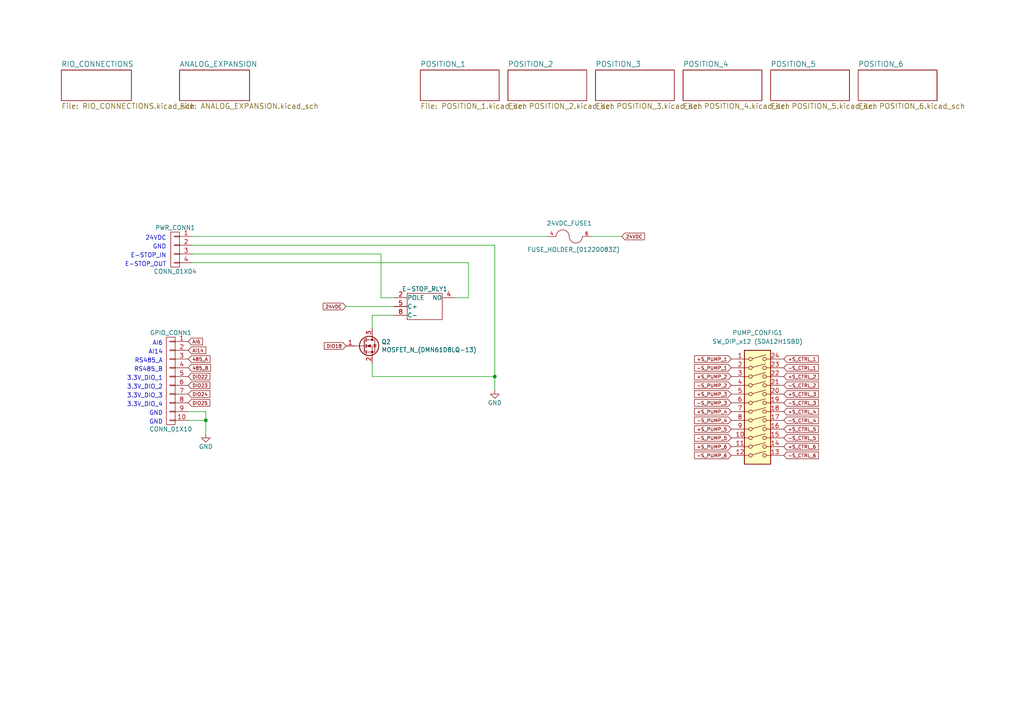
<source format=kicad_sch>
(kicad_sch (version 20250114) (generator "eeschema") (generator_version "9.0")
  (paper "A4")
  (lib_symbols
    (symbol "Device:Q_NMOS_GSD" (pin_names (offset 0) (hide yes))
      (property "Reference" "Q" (at 5.08 1.27 0))
      (property "Value" "Q_NMOS_GSD" (at 5.08 -1.27 0))
      (symbol "Q_NMOS_GSD_0_1"
        (polyline (pts (xy 0.254 1.905) (xy 0.254 -1.905)) (stroke (width 0.254)))
        (polyline (pts (xy 0.254 0) (xy -2.54 0)))
        (polyline (pts (xy 0.762 2.286) (xy 0.762 1.27)) (stroke (width 0.254)))
        (polyline (pts (xy 0.762 0.508) (xy 0.762 -0.508)) (stroke (width 0.254)))
        (polyline (pts (xy 0.762 -1.27) (xy 0.762 -2.286)) (stroke (width 0.254)))
        (polyline (pts (xy 0.762 -1.778) (xy 3.302 -1.778) (xy 3.302 1.778) (xy 0.762 1.778)))
        (polyline (pts (xy 1.016 0) (xy 2.032 0.381) (xy 2.032 -0.381) (xy 1.016 0)) (fill (type outline)))
        (circle (center 1.651 0) (radius 2.794) (stroke (width 0.254)))
        (polyline (pts (xy 2.54 2.54) (xy 2.54 1.778)))
        (circle (center 2.54 1.778) (radius 0.254) (fill (type outline)))
        (circle (center 2.54 -1.778) (radius 0.254) (fill (type outline)))
        (polyline (pts (xy 2.54 -2.54) (xy 2.54 0) (xy 0.762 0)))
        (polyline (pts (xy 2.794 0.508) (xy 2.921 0.381) (xy 3.683 0.381) (xy 3.81 0.254)))
        (polyline (pts (xy 3.302 0.381) (xy 2.921 -0.254) (xy 3.683 -0.254) (xy 3.302 0.381)))
      )
      (symbol "Q_NMOS_GSD_1_1"
        (pin input line (at -5.08 0 0) (length 2.54) (name "G") (number "1"))
        (pin passive line (at 2.54 5.08 270) (length 2.54) (name "D") (number "3"))
        (pin passive line (at 2.54 -5.08 90) (length 2.54) (name "S") (number "2"))
      )
    )
    (symbol "Smart-Tank-Motherboard-rescue:CONN_01X04" (pin_names (offset 1.016) (hide yes))
      (property "Reference" "J" (at 0 6.35 0))
      (property "Value" "CONN_01X04" (at 2.54 0 90))
      (symbol "CONN_01X04_0_1"
        (rectangle (start -1.27 5.08) (end 1.27 -5.08))
        (rectangle (start -1.27 3.937) (end 0.254 3.683))
        (rectangle (start -1.27 1.397) (end 0.254 1.143))
        (rectangle (start -1.27 -1.143) (end 0.254 -1.397))
        (rectangle (start -1.27 -3.683) (end 0.254 -3.937))
      )
      (symbol "CONN_01X04_1_1"
        (pin passive line (at -5.08 3.81 0) (length 3.81) (name "P1") (number "1"))
        (pin passive line (at -5.08 1.27 0) (length 3.81) (name "P2") (number "2"))
        (pin passive line (at -5.08 -1.27 0) (length 3.81) (name "P3") (number "3"))
        (pin passive line (at -5.08 -3.81 0) (length 3.81) (name "P4") (number "4"))
      )
    )
    (symbol "Smart-Tank-Motherboard-rescue:CONN_01X10" (pin_names (offset 1.016) (hide yes))
      (property "Reference" "J" (at 0 13.97 0))
      (property "Value" "CONN_01X10" (at 2.54 0 90))
      (symbol "CONN_01X10_0_1"
        (rectangle (start -1.27 12.7) (end 1.27 -12.7))
        (rectangle (start -1.27 11.557) (end 0.254 11.303))
        (rectangle (start -1.27 9.017) (end 0.254 8.763))
        (rectangle (start -1.27 6.477) (end 0.254 6.223))
        (rectangle (start -1.27 3.937) (end 0.254 3.683))
        (rectangle (start -1.27 1.397) (end 0.254 1.143))
        (rectangle (start -1.27 -1.143) (end 0.254 -1.397))
        (rectangle (start -1.27 -3.683) (end 0.254 -3.937))
        (rectangle (start -1.27 -6.223) (end 0.254 -6.477))
        (rectangle (start -1.27 -8.763) (end 0.254 -9.017))
        (rectangle (start -1.27 -11.303) (end 0.254 -11.557))
      )
      (symbol "CONN_01X10_1_1"
        (pin passive line (at -5.08 11.43 0) (length 3.81) (name "P1") (number "1"))
        (pin passive line (at -5.08 8.89 0) (length 3.81) (name "P2") (number "2"))
        (pin passive line (at -5.08 6.35 0) (length 3.81) (name "P3") (number "3"))
        (pin passive line (at -5.08 3.81 0) (length 3.81) (name "P4") (number "4"))
        (pin passive line (at -5.08 1.27 0) (length 3.81) (name "P5") (number "5"))
        (pin passive line (at -5.08 -1.27 0) (length 3.81) (name "P6") (number "6"))
        (pin passive line (at -5.08 -3.81 0) (length 3.81) (name "P7") (number "7"))
        (pin passive line (at -5.08 -6.35 0) (length 3.81) (name "P8") (number "8"))
        (pin passive line (at -5.08 -8.89 0) (length 3.81) (name "P9") (number "9"))
        (pin passive line (at -5.08 -11.43 0) (length 3.81) (name "P10") (number "10"))
      )
    )
    (symbol "Smart-Tank-Motherboard-rescue:FUSE_HOLDER_(01220083Z)" (pin_names (offset 0.254))
      (property "Reference" "F" (at 0 3.81 0))
      (property "Value" "FUSE_HOLDER_(01220083Z)" (at 1.27 -3.81 0))
      (symbol "FUSE_HOLDER_(01220083Z)_0_1"
        (arc (start -3.81 0) (mid -1.905 1.905) (end 0 0))
        (arc (start 3.81 0) (mid 1.905 -1.905) (end 0 0))
      )
      (symbol "FUSE_HOLDER_(01220083Z)_1_1"
        (pin input line (at -6.35 0 0) (length 2.54) (name "~") (number "4"))
        (pin input line (at -6.35 0 0) (length 2.54) (hide yes) (name "~") (number "5"))
        (pin input line (at 6.35 0 180) (length 2.54) (name "~") (number "6"))
        (pin input line (at 6.35 0 180) (length 2.54) (hide yes) (name "~") (number "7"))
      )
    )
    (symbol "Smart-Tank-Motherboard-rescue:GND" (power) (pin_names (offset 0))
      (property "Value" "GND" (at 0 -3.81 0))
      (symbol "GND_0_1"
        (polyline (pts (xy 0 0) (xy 0 -1.27) (xy 1.27 -1.27) (xy 0 -2.54) (xy -1.27 -1.27) (xy 0 -1.27)))
      )
      (symbol "GND_1_1"
        (pin power_in line (at 0 0 270) (length 0) (hide yes) (name "GND") (number "1"))
      )
    )
    (symbol "Smart-Tank-Motherboard-rescue:OMRON_RELAY_(G6L-1F-DC24)" (pin_names (offset 0.0254))
      (property "Reference" "P" (at 2.54 7.62 0))
      (property "Value" "OMRON_RELAY_(G6L-1F-DC24)" (at 3.81 -2.54 0))
      (symbol "OMRON_RELAY_(G6L-1F-DC24)_0_1"
        (rectangle (start -2.54 6.35) (end 7.62 -1.27))
      )
      (symbol "OMRON_RELAY_(G6L-1F-DC24)_1_1"
        (pin power_in line (at -6.35 5.08 0) (length 3.81) (name "POLE") (number "2"))
        (pin power_in line (at -6.35 2.54 0) (length 3.81) (name "C+") (number "5"))
        (pin input line (at -6.35 0 0) (length 3.81) (name "C-") (number "8"))
        (pin output line (at 11.43 5.08 180) (length 3.81) (name "NO") (number "4"))
      )
    )
    (symbol "Switch:SW_DIP_x12" (pin_names (offset 0) (hide yes))
      (property "Reference" "SW" (at 0 19.05 0))
      (property "Value" "SW_DIP_x12" (at 0 -16.51 0))
      (symbol "SW_DIP_x12_0_0"
        (circle (center -2.032 15.24) (radius 0.508))
        (circle (center -2.032 12.7) (radius 0.508))
        (circle (center -2.032 10.16) (radius 0.508))
        (circle (center -2.032 7.62) (radius 0.508))
        (circle (center -2.032 5.08) (radius 0.508))
        (circle (center -2.032 2.54) (radius 0.508))
        (circle (center -2.032 0) (radius 0.508))
        (circle (center -2.032 -2.54) (radius 0.508))
        (circle (center -2.032 -5.08) (radius 0.508))
        (circle (center -2.032 -7.62) (radius 0.508))
        (circle (center -2.032 -10.16) (radius 0.508))
        (circle (center -2.032 -12.7) (radius 0.508))
        (polyline (pts (xy -1.524 15.367) (xy 2.3622 16.4084)))
        (polyline (pts (xy -1.524 12.827) (xy 2.3622 13.8684)))
        (polyline (pts (xy -1.524 10.287) (xy 2.3622 11.3284)))
        (polyline (pts (xy -1.524 7.747) (xy 2.3622 8.7884)))
        (polyline (pts (xy -1.524 5.207) (xy 2.3622 6.2484)))
        (polyline (pts (xy -1.524 2.667) (xy 2.3622 3.7084)))
        (polyline (pts (xy -1.524 0.127) (xy 2.3622 1.1684)))
        (polyline (pts (xy -1.524 -2.3876) (xy 2.3622 -1.3462)))
        (polyline (pts (xy -1.524 -4.9276) (xy 2.3622 -3.8862)))
        (polyline (pts (xy -1.524 -7.4676) (xy 2.3622 -6.4262)))
        (polyline (pts (xy -1.524 -10.0076) (xy 2.3622 -8.9662)))
        (polyline (pts (xy -1.524 -12.5476) (xy 2.3622 -11.5062)))
        (circle (center 2.032 15.24) (radius 0.508))
        (circle (center 2.032 12.7) (radius 0.508))
        (circle (center 2.032 10.16) (radius 0.508))
        (circle (center 2.032 7.62) (radius 0.508))
        (circle (center 2.032 5.08) (radius 0.508))
        (circle (center 2.032 2.54) (radius 0.508))
        (circle (center 2.032 0) (radius 0.508))
        (circle (center 2.032 -2.54) (radius 0.508))
        (circle (center 2.032 -5.08) (radius 0.508))
        (circle (center 2.032 -7.62) (radius 0.508))
        (circle (center 2.032 -10.16) (radius 0.508))
        (circle (center 2.032 -12.7) (radius 0.508))
      )
      (symbol "SW_DIP_x12_1_1"
        (rectangle (start -3.81 17.78) (end 3.81 -15.24) (stroke (width 0.254)) (fill (type background)))
        (pin passive line (at -7.62 15.24 0) (length 5.08) (name "~") (number "1"))
        (pin passive line (at -7.62 12.7 0) (length 5.08) (name "~") (number "2"))
        (pin passive line (at -7.62 10.16 0) (length 5.08) (name "~") (number "3"))
        (pin passive line (at -7.62 7.62 0) (length 5.08) (name "~") (number "4"))
        (pin passive line (at -7.62 5.08 0) (length 5.08) (name "~") (number "5"))
        (pin passive line (at -7.62 2.54 0) (length 5.08) (name "~") (number "6"))
        (pin passive line (at -7.62 0 0) (length 5.08) (name "~") (number "7"))
        (pin passive line (at -7.62 -2.54 0) (length 5.08) (name "~") (number "8"))
        (pin passive line (at -7.62 -5.08 0) (length 5.08) (name "~") (number "9"))
        (pin passive line (at -7.62 -7.62 0) (length 5.08) (name "~") (number "10"))
        (pin passive line (at -7.62 -10.16 0) (length 5.08) (name "~") (number "11"))
        (pin passive line (at -7.62 -12.7 0) (length 5.08) (name "~") (number "12"))
        (pin passive line (at 7.62 15.24 180) (length 5.08) (name "~") (number "24"))
        (pin passive line (at 7.62 12.7 180) (length 5.08) (name "~") (number "23"))
        (pin passive line (at 7.62 10.16 180) (length 5.08) (name "~") (number "22"))
        (pin passive line (at 7.62 7.62 180) (length 5.08) (name "~") (number "21"))
        (pin passive line (at 7.62 5.08 180) (length 5.08) (name "~") (number "20"))
        (pin passive line (at 7.62 2.54 180) (length 5.08) (name "~") (number "19"))
        (pin passive line (at 7.62 0 180) (length 5.08) (name "~") (number "18"))
        (pin passive line (at 7.62 -2.54 180) (length 5.08) (name "~") (number "17"))
        (pin passive line (at 7.62 -5.08 180) (length 5.08) (name "~") (number "16"))
        (pin passive line (at 7.62 -7.62 180) (length 5.08) (name "~") (number "15"))
        (pin passive line (at 7.62 -10.16 180) (length 5.08) (name "~") (number "14"))
        (pin passive line (at 7.62 -12.7 180) (length 5.08) (name "~") (number "13"))
      )
    )
  )
  (text "RS485_B" (at 47.244 107.95 0) (effects (font (size 1.2446 1.2446)) (justify right bottom)))
  (text "3.3V_DIO_3" (at 47.244 115.57 0) (effects (font (size 1.2446 1.2446)) (justify right bottom)))
  (text "RS485_A" (at 47.244 105.41 0) (effects (font (size 1.2446 1.2446)) (justify right bottom)))
  (text "E-STOP_IN" (at 48.26 74.93 0) (effects (font (size 1.2446 1.2446)) (justify right bottom)))
  (text "24VDC" (at 48.26 69.85 0) (effects (font (size 1.2446 1.2446)) (justify right bottom)))
  (text "GND" (at 47.244 120.65 0) (effects (font (size 1.2446 1.2446)) (justify right bottom)))
  (text "3.3V_DIO_4" (at 47.244 118.11 0) (effects (font (size 1.2446 1.2446)) (justify right bottom)))
  (text "E-STOP_OUT" (at 48.26 77.47 0) (effects (font (size 1.2446 1.2446)) (justify right bottom)))
  (text "3.3V_DIO_2" (at 47.244 113.03 0) (effects (font (size 1.2446 1.2446)) (justify right bottom)))
  (text "AI6" (at 47.244 100.33 0) (effects (font (size 1.2446 1.2446)) (justify right bottom)))
  (text "GND" (at 48.26 72.39 0) (effects (font (size 1.2446 1.2446)) (justify right bottom)))
  (text "GND" (at 47.244 123.19 0) (effects (font (size 1.2446 1.2446)) (justify right bottom)))
  (text "AI14" (at 47.244 102.87 0) (effects (font (size 1.2446 1.2446)) (justify right bottom)))
  (text "3.3V_DIO_1" (at 47.244 110.49 0) (effects (font (size 1.2446 1.2446)) (justify right bottom)))
  (junction (at 59.69 121.92))
  (junction (at 143.51 109.22))
  (wire (pts (xy 54.61 119.38) (xy 59.69 119.38)))
  (wire (pts (xy 143.51 109.22) (xy 143.51 113.03)))
  (wire (pts (xy 132.08 86.36) (xy 135.89 86.36)))
  (wire (pts (xy 107.95 109.22) (xy 143.51 109.22)))
  (wire (pts (xy 59.69 119.38) (xy 59.69 121.92)))
  (wire (pts (xy 135.89 86.36) (xy 135.89 76.2)))
  (wire (pts (xy 59.69 121.92) (xy 59.69 125.73)))
  (wire (pts (xy 107.95 105.41) (xy 107.95 109.22)))
  (wire (pts (xy 107.95 95.25) (xy 107.95 91.44)))
  (wire (pts (xy 171.45 68.58) (xy 180.34 68.58)))
  (wire (pts (xy 107.95 91.44) (xy 114.3 91.44)))
  (wire (pts (xy 55.88 73.66) (xy 110.49 73.66)))
  (wire (pts (xy 55.88 68.58) (xy 158.75 68.58)))
  (wire (pts (xy 54.61 121.92) (xy 59.69 121.92)))
  (wire (pts (xy 135.89 76.2) (xy 55.88 76.2)))
  (wire (pts (xy 143.51 71.12) (xy 143.51 109.22)))
  (wire (pts (xy 110.49 73.66) (xy 110.49 86.36)))
  (wire (pts (xy 110.49 86.36) (xy 114.3 86.36)))
  (wire (pts (xy 100.33 88.9) (xy 114.3 88.9)))
  (wire (pts (xy 55.88 71.12) (xy 143.51 71.12)))
  (global_label "+S_CTRL_5" (shape input) (at 227.33 124.46 0) (effects (font (size 0.9906 0.9906))) (property "Intersheetrefs" "${INTERSHEET_REFS}" (effects (hide yes))))
  (global_label "+S_CTRL_4" (shape input) (at 227.33 119.38 0) (effects (font (size 0.9906 0.9906))) (property "Intersheetrefs" "${INTERSHEET_REFS}" (effects (hide yes))))
  (global_label "DIO18" (shape input) (at 100.33 100.33 180) (effects (font (size 0.9906 0.9906))) (property "Intersheetrefs" "${INTERSHEET_REFS}" (effects (hide yes))))
  (global_label "DIO24" (shape input) (at 54.61 114.3 0) (effects (font (size 0.9906 0.9906))) (property "Intersheetrefs" "${INTERSHEET_REFS}" (effects (hide yes))))
  (global_label "+S_CTRL_6" (shape input) (at 227.33 129.54 0) (effects (font (size 0.9906 0.9906))) (property "Intersheetrefs" "${INTERSHEET_REFS}" (effects (hide yes))))
  (global_label "-S_PUMP_6" (shape input) (at 212.09 132.08 180) (effects (font (size 0.9906 0.9906))) (property "Intersheetrefs" "${INTERSHEET_REFS}" (effects (hide yes))))
  (global_label "-S_CTRL_3" (shape input) (at 227.33 116.84 0) (effects (font (size 0.9906 0.9906))) (property "Intersheetrefs" "${INTERSHEET_REFS}" (effects (hide yes))))
  (global_label "-S_PUMP_2" (shape input) (at 212.09 111.76 180) (effects (font (size 0.9906 0.9906))) (property "Intersheetrefs" "${INTERSHEET_REFS}" (effects (hide yes))))
  (global_label "DIO22" (shape input) (at 54.61 109.22 0) (effects (font (size 0.9906 0.9906))) (property "Intersheetrefs" "${INTERSHEET_REFS}" (effects (hide yes))))
  (global_label "+S_CTRL_3" (shape input) (at 227.33 114.3 0) (effects (font (size 0.9906 0.9906))) (property "Intersheetrefs" "${INTERSHEET_REFS}" (effects (hide yes))))
  (global_label "24VDC" (shape input) (at 180.34 68.58 0) (effects (font (size 0.9906 0.9906))) (property "Intersheetrefs" "${INTERSHEET_REFS}" (effects (hide yes))))
  (global_label "-S_PUMP_5" (shape input) (at 212.09 127 180) (effects (font (size 0.9906 0.9906))) (property "Intersheetrefs" "${INTERSHEET_REFS}" (effects (hide yes))))
  (global_label "AI6" (shape input) (at 54.61 99.06 0) (effects (font (size 0.9906 0.9906))) (property "Intersheetrefs" "${INTERSHEET_REFS}" (effects (hide yes))))
  (global_label "-S_CTRL_2" (shape input) (at 227.33 111.76 0) (effects (font (size 0.9906 0.9906))) (property "Intersheetrefs" "${INTERSHEET_REFS}" (effects (hide yes))))
  (global_label "+S_PUMP_3" (shape input) (at 212.09 114.3 180) (effects (font (size 0.9906 0.9906))) (property "Intersheetrefs" "${INTERSHEET_REFS}" (effects (hide yes))))
  (global_label "485_B" (shape input) (at 54.61 106.68 0) (effects (font (size 0.9906 0.9906))) (property "Intersheetrefs" "${INTERSHEET_REFS}" (effects (hide yes))))
  (global_label "24VDC" (shape input) (at 100.33 88.9 180) (effects (font (size 0.9906 0.9906))) (property "Intersheetrefs" "${INTERSHEET_REFS}" (effects (hide yes))))
  (global_label "-S_CTRL_4" (shape input) (at 227.33 121.92 0) (effects (font (size 0.9906 0.9906))) (property "Intersheetrefs" "${INTERSHEET_REFS}" (effects (hide yes))))
  (global_label "+S_PUMP_4" (shape input) (at 212.09 119.38 180) (effects (font (size 0.9906 0.9906))) (property "Intersheetrefs" "${INTERSHEET_REFS}" (effects (hide yes))))
  (global_label "-S_PUMP_3" (shape input) (at 212.09 116.84 180) (effects (font (size 0.9906 0.9906))) (property "Intersheetrefs" "${INTERSHEET_REFS}" (effects (hide yes))))
  (global_label "+S_PUMP_2" (shape input) (at 212.09 109.22 180) (effects (font (size 0.9906 0.9906))) (property "Intersheetrefs" "${INTERSHEET_REFS}" (effects (hide yes))))
  (global_label "485_A" (shape input) (at 54.61 104.14 0) (effects (font (size 0.9906 0.9906))) (property "Intersheetrefs" "${INTERSHEET_REFS}" (effects (hide yes))))
  (global_label "-S_PUMP_4" (shape input) (at 212.09 121.92 180) (effects (font (size 0.9906 0.9906))) (property "Intersheetrefs" "${INTERSHEET_REFS}" (effects (hide yes))))
  (global_label "-S_PUMP_1" (shape input) (at 212.09 106.68 180) (effects (font (size 0.9906 0.9906))) (property "Intersheetrefs" "${INTERSHEET_REFS}" (effects (hide yes))))
  (global_label "-S_CTRL_1" (shape input) (at 227.33 106.68 0) (effects (font (size 0.9906 0.9906))) (property "Intersheetrefs" "${INTERSHEET_REFS}" (effects (hide yes))))
  (global_label "DIO25" (shape input) (at 54.61 116.84 0) (effects (font (size 0.9906 0.9906))) (property "Intersheetrefs" "${INTERSHEET_REFS}" (effects (hide yes))))
  (global_label "-S_CTRL_5" (shape input) (at 227.33 127 0) (effects (font (size 0.9906 0.9906))) (property "Intersheetrefs" "${INTERSHEET_REFS}" (effects (hide yes))))
  (global_label "DIO23" (shape input) (at 54.61 111.76 0) (effects (font (size 0.9906 0.9906))) (property "Intersheetrefs" "${INTERSHEET_REFS}" (effects (hide yes))))
  (global_label "AI14" (shape input) (at 54.61 101.6 0) (effects (font (size 0.9906 0.9906))) (property "Intersheetrefs" "${INTERSHEET_REFS}" (effects (hide yes))))
  (global_label "+S_PUMP_5" (shape input) (at 212.09 124.46 180) (effects (font (size 0.9906 0.9906))) (property "Intersheetrefs" "${INTERSHEET_REFS}" (effects (hide yes))))
  (global_label "+S_CTRL_2" (shape input) (at 227.33 109.22 0) (effects (font (size 0.9906 0.9906))) (property "Intersheetrefs" "${INTERSHEET_REFS}" (effects (hide yes))))
  (global_label "+S_CTRL_1" (shape input) (at 227.33 104.14 0) (effects (font (size 0.9906 0.9906))) (property "Intersheetrefs" "${INTERSHEET_REFS}" (effects (hide yes))))
  (global_label "+S_PUMP_1" (shape input) (at 212.09 104.14 180) (effects (font (size 0.9906 0.9906))) (property "Intersheetrefs" "${INTERSHEET_REFS}" (effects (hide yes))))
  (global_label "+S_PUMP_6" (shape input) (at 212.09 129.54 180) (effects (font (size 0.9906 0.9906))) (property "Intersheetrefs" "${INTERSHEET_REFS}" (effects (hide yes))))
  (global_label "-S_CTRL_6" (shape input) (at 227.33 132.08 0) (effects (font (size 0.9906 0.9906))) (property "Intersheetrefs" "${INTERSHEET_REFS}" (effects (hide yes))))
  (symbol (lib_id "Smart-Tank-Motherboard-rescue:GND") (at 143.51 113.03 0) (unit 1)
    (property "Reference" "#PWR01" (effects (hide yes)))
    (property "Value" "GND" (at 143.51 116.84 0))
  )
  (symbol (lib_id "Smart-Tank-Motherboard-rescue:FUSE_HOLDER_(01220083Z)") (at 165.1 68.58 0) (unit 1)
    (property "Reference" "24VDC_FUSE1" (at 165.1 64.77 0))
    (property "Value" "FUSE_HOLDER_(01220083Z)" (at 166.37 72.39 0))
    (property "Footprint" "Smart_Tank:FUSE_HOLDER_(01220083Z)" (effects (hide yes)))
  )
  (symbol (lib_id "Smart-Tank-Motherboard-rescue:GND") (at 59.69 125.73 0) (unit 1)
    (property "Reference" "#PWR02" (effects (hide yes)))
    (property "Value" "GND" (at 59.69 129.54 0))
  )
  (symbol (lib_id "Smart-Tank-Motherboard-rescue:OMRON_RELAY_(G6L-1F-DC24)") (at 120.65 91.44 0) (unit 1)
    (property "Reference" "E-STOP_RLY1" (at 123.19 83.82 0))
    (property "Value" "OMRON_RELAY_(G6L-1F-DC24)" (effects (hide yes)))
    (property "Footprint" "Smart_Tank:OMRON_RELAY_1A_(G6L-1F-DC24)" (effects (hide yes)))
  )
  (symbol (lib_id "Smart-Tank-Motherboard-rescue:CONN_01X04") (at 50.8 72.39 0) (mirror y) (unit 1)
    (property "Reference" "PWR_CONN1" (at 50.8 66.04 0))
    (property "Value" "CONN_01X04" (at 50.8 78.74 0))
    (property "Footprint" "Smart_Tank:PHX_TB_HDR_4_POS_STR_(1755752)" (effects (hide yes)))
  )
  (symbol (lib_id "Smart-Tank-Motherboard-rescue:CONN_01X10") (at 49.53 110.49 0) (mirror y) (unit 1)
    (property "Reference" "GPIO_CONN1" (at 49.53 96.52 0))
    (property "Value" "CONN_01X10" (at 49.53 124.46 0))
    (property "Footprint" "Smart_Tank:PHX_TB_HDR_10_POS_STR_(1755817)" (effects (hide yes)))
  )
  (symbol (lib_id "Switch:SW_DIP_x12") (at 219.71 119.38 0) (unit 1)
    (property "Reference" "PUMP_CONFIG1" (at 219.71 96.52 0))
    (property "Value" "SW_DIP_x12 (SDA12H1SBD)" (at 219.71 99.06 0))
    (property "Footprint" "Smart_Tank:SW_DIP_SPSTx12_(SDA12H1SBD)" (effects (hide yes)))
    (property "Datasheet" "https://www.digikey.com/en/products/detail/c-k/SDA12H1SBD/949963" (effects (hide yes)))
    (property "Description" "12x DIP Switch, Single Pole Single Throw (SPST) switch, small symbol" (effects (hide yes)))
  )
  (symbol (lib_id "Device:Q_NMOS_GSD") (at 105.41 100.33 0) (unit 1)
    (property "Reference" "Q2" (at 110.617 99.1616 0) (effects (justify left)))
    (property "Value" "MOSFET_N_(DMN61D8LQ-13)" (at 110.617 101.473 0) (effects (justify left)))
    (property "Footprint" "Package_TO_SOT_SMD:SOT-23" (effects (hide yes)))
    (property "Datasheet" "https://www.digikey.com/en/products/detail/diodes-incorporated/DMN61D8LQ-13/5488598" (effects (hide yes)))
  )
  (sheet (at 121.92 20.32) (size 22.86 8.89)
    (property "Sheetname" "POSITION_1" (at 121.92 19.4814 0) (effects (font (size 1.524 1.524)) (justify left bottom)))
    (property "Sheetfile" "POSITION_1.kicad_sch" (at 121.92 29.8962 0) (effects (font (size 1.524 1.524)) (justify left top)))
  )
  (sheet (at 17.78 20.32) (size 20.32 8.89)
    (property "Sheetname" "RIO_CONNECTIONS" (at 17.78 19.4814 0) (effects (font (size 1.524 1.524)) (justify left bottom)))
    (property "Sheetfile" "RIO_CONNECTIONS.kicad_sch" (at 17.78 29.8962 0) (effects (font (size 1.524 1.524)) (justify left top)))
  )
  (sheet (at 52.07 20.32) (size 20.32 8.89)
    (property "Sheetname" "ANALOG_EXPANSION" (at 52.07 19.4814 0) (effects (font (size 1.524 1.524)) (justify left bottom)))
    (property "Sheetfile" "ANALOG_EXPANSION.kicad_sch" (at 52.07 29.8962 0) (effects (font (size 1.524 1.524)) (justify left top)))
  )
  (sheet (at 147.32 20.32) (size 22.86 8.89)
    (property "Sheetname" "POSITION_2" (at 147.32 19.4814 0) (effects (font (size 1.524 1.524)) (justify left bottom)))
    (property "Sheetfile" "POSITION_2.kicad_sch" (at 147.32 29.8962 0) (effects (font (size 1.524 1.524)) (justify left top)))
  )
  (sheet (at 172.72 20.32) (size 22.86 8.89)
    (property "Sheetname" "POSITION_3" (at 172.72 19.4814 0) (effects (font (size 1.524 1.524)) (justify left bottom)))
    (property "Sheetfile" "POSITION_3.kicad_sch" (at 172.72 29.8962 0) (effects (font (size 1.524 1.524)) (justify left top)))
  )
  (sheet (at 198.12 20.32) (size 22.86 8.89)
    (property "Sheetname" "POSITION_4" (at 198.12 19.4814 0) (effects (font (size 1.524 1.524)) (justify left bottom)))
    (property "Sheetfile" "POSITION_4.kicad_sch" (at 198.12 29.8962 0) (effects (font (size 1.524 1.524)) (justify left top)))
  )
  (sheet (at 223.52 20.32) (size 22.86 8.89)
    (property "Sheetname" "POSITION_5" (at 223.52 19.4814 0) (effects (font (size 1.524 1.524)) (justify left bottom)))
    (property "Sheetfile" "POSITION_5.kicad_sch" (at 223.52 29.8962 0) (effects (font (size 1.524 1.524)) (justify left top)))
  )
  (sheet (at 248.92 20.32) (size 22.86 8.89)
    (property "Sheetname" "POSITION_6" (at 248.92 19.4814 0) (effects (font (size 1.524 1.524)) (justify left bottom)))
    (property "Sheetfile" "POSITION_6.kicad_sch" (at 248.92 29.8962 0) (effects (font (size 1.524 1.524)) (justify left top)))
  )
)
</source>
